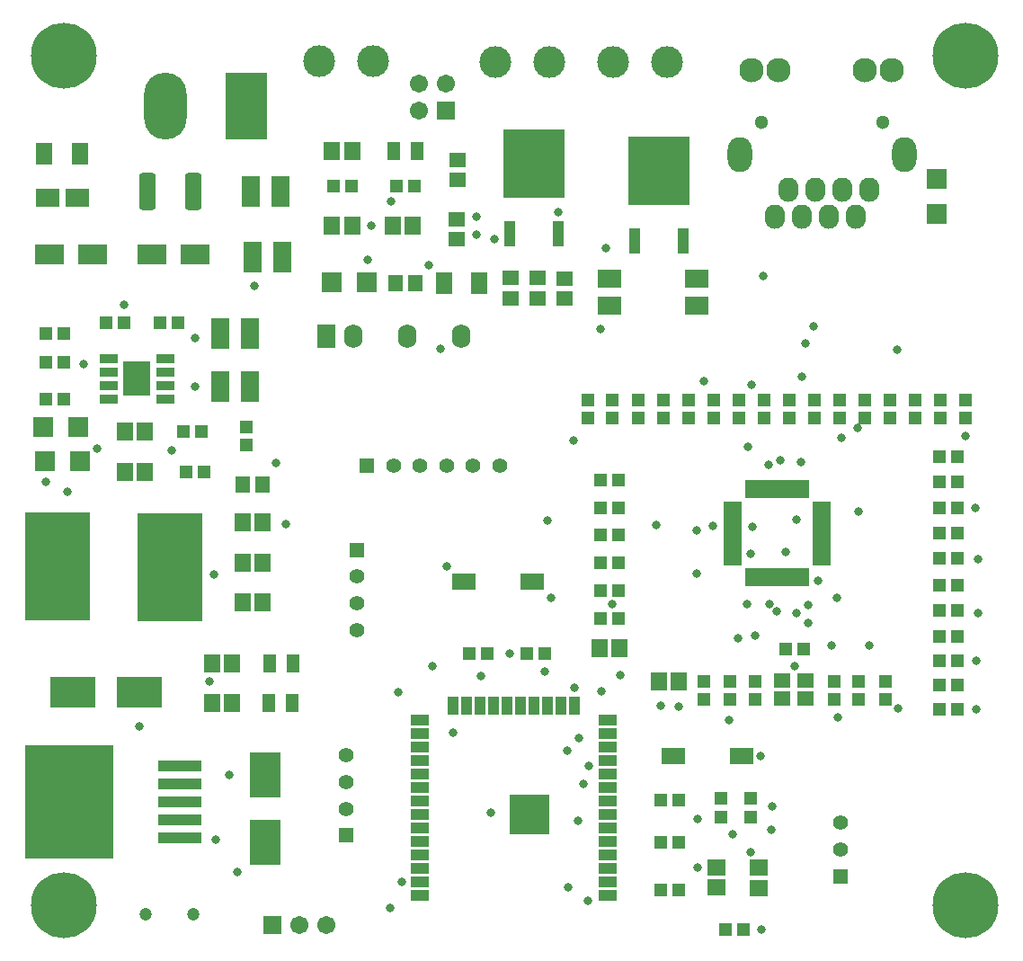
<source format=gts>
G04*
G04 #@! TF.GenerationSoftware,Altium Limited,Altium Designer,23.0.1 (38)*
G04*
G04 Layer_Color=8388736*
%FSTAX44Y44*%
%MOMM*%
G71*
G04*
G04 #@! TF.SameCoordinates,F694FBC8-736E-493C-811D-9B4FADD6A984*
G04*
G04*
G04 #@! TF.FilePolarity,Negative*
G04*
G01*
G75*
%ADD37R,2.2000X1.7000*%
%ADD45R,4.0386X1.0414*%
%ADD46R,8.3058X10.7442*%
%ADD54R,1.7632X0.4832*%
%ADD55R,0.4832X1.7632*%
%ADD56R,1.3000X1.2000*%
%ADD57R,1.6032X1.4032*%
%ADD58R,1.7032X1.5032*%
%ADD59R,1.2000X1.3000*%
%ADD60R,2.2032X1.6032*%
%ADD61R,1.9032X1.9032*%
%ADD62R,5.7532X6.5032*%
%ADD63R,1.1032X2.4532*%
%ADD64R,1.3032X1.7032*%
%ADD65R,1.5032X1.7032*%
%ADD66R,1.5532X2.0032*%
%ADD67R,1.4032X1.6032*%
%ADD68R,1.9032X1.9032*%
%ADD69R,1.8032X2.9032*%
%ADD70R,2.6032X3.3032*%
%ADD71R,1.8032X0.9032*%
%ADD72R,2.7032X1.9032*%
G04:AMPARAMS|DCode=73|XSize=1.5432mm|YSize=3.4932mm|CornerRadius=0.2691mm|HoleSize=0mm|Usage=FLASHONLY|Rotation=0.000|XOffset=0mm|YOffset=0mm|HoleType=Round|Shape=RoundedRectangle|*
%AMROUNDEDRECTD73*
21,1,1.5432,2.9550,0,0,0.0*
21,1,1.0050,3.4932,0,0,0.0*
1,1,0.5382,0.5025,-1.4775*
1,1,0.5382,-0.5025,-1.4775*
1,1,0.5382,-0.5025,1.4775*
1,1,0.5382,0.5025,1.4775*
%
%ADD73ROUNDEDRECTD73*%
%ADD74R,2.2532X1.6532*%
%ADD75R,6.2032X10.2032*%
%ADD76R,4.2032X3.0032*%
%ADD77C,1.2032*%
%ADD78R,3.0032X4.2032*%
%ADD79R,1.6032X1.4032*%
%ADD80R,1.6532X1.0632*%
%ADD81R,1.0632X1.6532*%
%ADD82R,3.7032X3.7032*%
%ADD83O,1.9000X2.3000*%
%ADD84C,2.3000*%
%ADD85O,2.3000X3.3000*%
%ADD86C,1.3000*%
%ADD87C,1.4000*%
%ADD88R,1.4000X1.4000*%
%ADD89R,4.0132X6.2992*%
%ADD90O,4.0132X6.2992*%
%ADD91C,2.9972*%
%ADD92C,1.7032*%
%ADD93R,1.7032X1.7032*%
%ADD94R,1.7272X2.2352*%
%ADD95O,1.7272X2.2352*%
%ADD96R,1.4000X1.4000*%
%ADD97C,6.2032*%
%ADD98C,0.8032*%
D37*
X00647Y0061205D02*
D03*
Y0063745D02*
D03*
X00565D02*
D03*
Y0061205D02*
D03*
D45*
X00160375Y00110964D02*
D03*
Y00127982D02*
D03*
Y00145D02*
D03*
Y00162018D02*
D03*
Y00179036D02*
D03*
D46*
X00055854Y00145D02*
D03*
D54*
X0076505Y004255D02*
D03*
Y004205D02*
D03*
Y004155D02*
D03*
Y004105D02*
D03*
Y004055D02*
D03*
Y004005D02*
D03*
Y003955D02*
D03*
Y003905D02*
D03*
Y003855D02*
D03*
Y003805D02*
D03*
Y003755D02*
D03*
Y003705D02*
D03*
X0068145D02*
D03*
Y003755D02*
D03*
Y003805D02*
D03*
Y003855D02*
D03*
Y003905D02*
D03*
Y003955D02*
D03*
Y004005D02*
D03*
Y004055D02*
D03*
Y004105D02*
D03*
Y004155D02*
D03*
Y004205D02*
D03*
Y004255D02*
D03*
D55*
X0075075Y003562D02*
D03*
X0074575D02*
D03*
X0074075D02*
D03*
X0073575D02*
D03*
X0073075D02*
D03*
X0072575D02*
D03*
X0072075D02*
D03*
X0071575D02*
D03*
X0071075D02*
D03*
X0070575D02*
D03*
X0070075D02*
D03*
X0069575D02*
D03*
Y004398D02*
D03*
X0070075D02*
D03*
X0070575D02*
D03*
X0071075D02*
D03*
X0071575D02*
D03*
X0072075D02*
D03*
X0072575D02*
D03*
X0073075D02*
D03*
X0073575D02*
D03*
X0074075D02*
D03*
X0074575D02*
D03*
X0075075D02*
D03*
D56*
X00034047Y0055865D02*
D03*
X00051047D02*
D03*
X00630008Y0006188D02*
D03*
X00613008D02*
D03*
X00674509Y00025D02*
D03*
X00691508D02*
D03*
X00630017Y0010669D02*
D03*
X00613016D02*
D03*
X00613008Y00146881D02*
D03*
X00630008D02*
D03*
X00875508Y00232001D02*
D03*
X00892508D02*
D03*
X00892501Y00255D02*
D03*
X008755D02*
D03*
X00892992Y00278001D02*
D03*
X00875992D02*
D03*
X008755Y00301D02*
D03*
X00892501D02*
D03*
Y00325001D02*
D03*
X008755D02*
D03*
X00875508Y00349096D02*
D03*
X00892508D02*
D03*
X00892501Y00373958D02*
D03*
X008755D02*
D03*
X00875508Y00470085D02*
D03*
X00892508D02*
D03*
X00875517Y00446043D02*
D03*
X00892516D02*
D03*
X00875508Y00422D02*
D03*
X00892508D02*
D03*
X00875508Y00398D02*
D03*
X00892508D02*
D03*
X00304834Y00725D02*
D03*
X00321834D02*
D03*
X003815D02*
D03*
X003645D02*
D03*
X00183603Y0045569D02*
D03*
X00166603D02*
D03*
X00164071Y0049335D02*
D03*
X00181071D02*
D03*
X00158571Y0059585D02*
D03*
X00141571D02*
D03*
X00108005D02*
D03*
X00091005D02*
D03*
X00034047Y0058585D02*
D03*
X00051047D02*
D03*
X00573491Y00448D02*
D03*
X00556492D02*
D03*
X00573491Y00422D02*
D03*
X00556492D02*
D03*
X00573491Y00396D02*
D03*
X00556492D02*
D03*
X00449758Y0028488D02*
D03*
X00432759D02*
D03*
X00487508D02*
D03*
X00504509D02*
D03*
X00573491Y003699D02*
D03*
X00556492D02*
D03*
X00573491Y003179D02*
D03*
X00556492D02*
D03*
Y00343857D02*
D03*
X00573491D02*
D03*
X00050922Y005243D02*
D03*
X00033922D02*
D03*
X00748008Y00289D02*
D03*
X00731009D02*
D03*
D57*
X00421284Y006935D02*
D03*
Y006745D02*
D03*
X00421892Y00730456D02*
D03*
Y00749456D02*
D03*
X00523142Y00618956D02*
D03*
Y00637956D02*
D03*
X00497608Y00638299D02*
D03*
Y006193D02*
D03*
X00471558D02*
D03*
Y00638299D02*
D03*
D58*
X00705798Y00082897D02*
D03*
Y00063897D02*
D03*
X00665698Y0006438D02*
D03*
Y00083381D02*
D03*
D59*
X00697698Y00147889D02*
D03*
Y00130889D02*
D03*
X00670208Y00147897D02*
D03*
Y00130897D02*
D03*
X00223443Y00480849D02*
D03*
Y0049785D02*
D03*
X00825Y0024104D02*
D03*
Y0025804D02*
D03*
X008Y00241048D02*
D03*
Y00258048D02*
D03*
X00777086Y0024104D02*
D03*
Y0025804D02*
D03*
X00702457Y00241356D02*
D03*
Y00258356D02*
D03*
X00678415D02*
D03*
Y00241356D02*
D03*
X00654372Y00258348D02*
D03*
Y00241348D02*
D03*
X00900213Y00523492D02*
D03*
Y00506492D02*
D03*
X0087654Y00523492D02*
D03*
Y00506492D02*
D03*
X00852868D02*
D03*
Y00523492D02*
D03*
X00829195Y00506492D02*
D03*
Y00523492D02*
D03*
X00805523D02*
D03*
Y00506492D02*
D03*
X00781851D02*
D03*
Y00523492D02*
D03*
X00758178D02*
D03*
Y00506492D02*
D03*
X00734506D02*
D03*
Y00523492D02*
D03*
X00710834D02*
D03*
Y00506492D02*
D03*
X00687161D02*
D03*
Y00523492D02*
D03*
X00663489D02*
D03*
Y00506492D02*
D03*
X00639816D02*
D03*
Y00523492D02*
D03*
X00616144Y00506492D02*
D03*
Y00523492D02*
D03*
X00592472D02*
D03*
Y00506492D02*
D03*
X0056775Y0050675D02*
D03*
Y0052375D02*
D03*
X00545127Y00506492D02*
D03*
Y00523492D02*
D03*
D60*
X00625508Y0018788D02*
D03*
X00689508D02*
D03*
X00492Y00352492D02*
D03*
X00428D02*
D03*
D61*
X00873Y00698251D02*
D03*
Y00731251D02*
D03*
D62*
X0049375Y00746233D02*
D03*
X00612007Y00739D02*
D03*
D63*
X0051655Y00680232D02*
D03*
X0047095D02*
D03*
X00589207Y00672999D02*
D03*
X00634808D02*
D03*
D64*
X00384008Y007575D02*
D03*
X00362008D02*
D03*
X00267Y00274936D02*
D03*
X00245D02*
D03*
X002665Y0023819D02*
D03*
X002445D02*
D03*
D65*
X00303834Y007575D02*
D03*
X00322835D02*
D03*
X00360968Y00687682D02*
D03*
X00379968D02*
D03*
X00303834D02*
D03*
X00322835D02*
D03*
X002095Y0023819D02*
D03*
X001905D02*
D03*
Y0027519D02*
D03*
X002095D02*
D03*
X00238246Y00333D02*
D03*
X00219246D02*
D03*
X002195Y0037D02*
D03*
X002385D02*
D03*
Y00408D02*
D03*
X002195D02*
D03*
X001085Y0049335D02*
D03*
X001275D02*
D03*
Y0045569D02*
D03*
X001085D02*
D03*
X0063048Y00258348D02*
D03*
X0061148D02*
D03*
X00574492Y00290007D02*
D03*
X00555491D02*
D03*
D66*
X004425Y00633392D02*
D03*
X00409D02*
D03*
X00032947Y00755D02*
D03*
X00066447D02*
D03*
D67*
X00382544Y00633392D02*
D03*
X00363544D02*
D03*
X00219417Y00443326D02*
D03*
X00238416D02*
D03*
D68*
X003365Y00634D02*
D03*
X003035D02*
D03*
X00064553Y0049835D02*
D03*
X00031553D02*
D03*
X000665Y00465851D02*
D03*
X000335D02*
D03*
D69*
X00226443Y0053585D02*
D03*
X00198443D02*
D03*
X00198571Y0058585D02*
D03*
X00226571D02*
D03*
X00257252Y0065786D02*
D03*
X00229252D02*
D03*
X00227Y0072D02*
D03*
X00255D02*
D03*
D70*
X00120071Y0054335D02*
D03*
D71*
X00093071Y005624D02*
D03*
Y005497D02*
D03*
Y00537D02*
D03*
Y005243D02*
D03*
X00147072Y005624D02*
D03*
Y005243D02*
D03*
Y00537D02*
D03*
Y005497D02*
D03*
D72*
X00174358Y0066036D02*
D03*
X0013371D02*
D03*
X00037422D02*
D03*
X0007807D02*
D03*
D73*
X00173Y0072D02*
D03*
X0013D02*
D03*
D74*
X0006425Y007135D02*
D03*
X0003575D02*
D03*
D75*
X00151Y00366D02*
D03*
X00045Y00367D02*
D03*
D76*
X000595Y00248D02*
D03*
X001225D02*
D03*
D77*
X00173Y00039D02*
D03*
X00128D02*
D03*
D78*
X00241Y00107D02*
D03*
Y0017D02*
D03*
D79*
X00728Y00258848D02*
D03*
Y00241848D02*
D03*
X00749999D02*
D03*
Y00258848D02*
D03*
D80*
X005633Y00222D02*
D03*
Y002093D02*
D03*
Y001966D02*
D03*
Y001839D02*
D03*
Y001712D02*
D03*
Y001585D02*
D03*
Y001458D02*
D03*
Y001331D02*
D03*
Y001204D02*
D03*
Y001077D02*
D03*
Y00095D02*
D03*
Y000696D02*
D03*
Y000569D02*
D03*
X003867Y00222D02*
D03*
Y002093D02*
D03*
Y001966D02*
D03*
Y001839D02*
D03*
Y001712D02*
D03*
Y001585D02*
D03*
Y001458D02*
D03*
Y001331D02*
D03*
Y001204D02*
D03*
Y001077D02*
D03*
Y00095D02*
D03*
Y000823D02*
D03*
Y000696D02*
D03*
Y000569D02*
D03*
X005633Y000823D02*
D03*
D81*
X0046865Y002353D02*
D03*
X0045595D02*
D03*
X0044325D02*
D03*
X0043055D02*
D03*
X0041785D02*
D03*
X0048135D02*
D03*
X0049405D02*
D03*
X0050675D02*
D03*
X0051945D02*
D03*
X0053215D02*
D03*
D82*
X004896Y001333D02*
D03*
D83*
X008095Y007215D02*
D03*
X007841D02*
D03*
X007587D02*
D03*
X007333D02*
D03*
X007206Y006961D02*
D03*
X00746D02*
D03*
X007968D02*
D03*
X007714D02*
D03*
D84*
X0083125Y00834D02*
D03*
X0080585D02*
D03*
X0072415D02*
D03*
X0069875D02*
D03*
D85*
X0068755Y007545D02*
D03*
X0084245D02*
D03*
D86*
X0070785Y00785D02*
D03*
X0082215D02*
D03*
D87*
X00783Y00125D02*
D03*
Y001D02*
D03*
X004615Y0046175D02*
D03*
X004365D02*
D03*
X004115D02*
D03*
X003865D02*
D03*
X003615D02*
D03*
X0032725Y00357D02*
D03*
Y00332D02*
D03*
Y00307D02*
D03*
X0031675Y001385D02*
D03*
Y001635D02*
D03*
Y001885D02*
D03*
D88*
X00783Y00075D02*
D03*
X0032725Y00382D02*
D03*
X0031675Y001135D02*
D03*
D89*
X00222615Y008D02*
D03*
D90*
X00146415D02*
D03*
D91*
X002917Y0084275D02*
D03*
X003425D02*
D03*
X00568729Y00842D02*
D03*
X00619529D02*
D03*
X0050875D02*
D03*
X0045795D02*
D03*
D92*
X003856Y007956D02*
D03*
X00411Y00821D02*
D03*
X003856D02*
D03*
X002984Y00029D02*
D03*
X00273D02*
D03*
D93*
X00411Y007956D02*
D03*
X002476Y00029D02*
D03*
D94*
X0029875Y0058375D02*
D03*
D95*
X0032415D02*
D03*
X0037495D02*
D03*
X0042575D02*
D03*
D96*
X003365Y0046175D02*
D03*
D97*
X009005Y008475D02*
D03*
Y00047584D02*
D03*
X000515D02*
D03*
Y008475D02*
D03*
D98*
X009105Y00278001D02*
D03*
X00337Y0065525D02*
D03*
X00395Y006505D02*
D03*
X003595Y0071075D02*
D03*
X0067775Y00222195D02*
D03*
X00779788Y00224275D02*
D03*
X0064725Y0035979D02*
D03*
X0074575Y00464729D02*
D03*
X0072562Y00466806D02*
D03*
X00536698Y00204903D02*
D03*
X0064825Y00129D02*
D03*
X0075225Y0031375D02*
D03*
X00740767Y003225D02*
D03*
X0071575Y00331163D02*
D03*
X007224Y00324562D02*
D03*
X0074975Y005765D02*
D03*
X0073075Y003805D02*
D03*
X0056175Y006665D02*
D03*
X0045325Y00135D02*
D03*
X001945Y00109D02*
D03*
X0075725Y005925D02*
D03*
X0071Y0064D02*
D03*
X005565Y0059D02*
D03*
X0076125Y00352973D02*
D03*
X0077925Y00337D02*
D03*
X00694758Y00331163D02*
D03*
X00545Y00051885D02*
D03*
X00251Y00464D02*
D03*
X008Y00418635D02*
D03*
X00698051Y00378532D02*
D03*
X00752Y0033025D02*
D03*
X0081Y00292095D02*
D03*
X00774546D02*
D03*
X0052619Y00064674D02*
D03*
X00535455Y00127252D02*
D03*
X00567395Y00331515D02*
D03*
X0057502Y00264324D02*
D03*
X00557423Y00249223D02*
D03*
X00540515Y001618D02*
D03*
X00662832Y00404947D02*
D03*
X00647061Y00400274D02*
D03*
X00608717Y00405513D02*
D03*
X00912Y0032258D02*
D03*
X0034075Y00687682D02*
D03*
X00443807Y0026329D02*
D03*
X0047116Y0028488D02*
D03*
X0041785Y0021D02*
D03*
X0036975Y000696D02*
D03*
X0035837Y00045D02*
D03*
X00214433Y0007874D02*
D03*
X00188222Y00258D02*
D03*
X00192778Y003594D02*
D03*
X0051655Y0070025D02*
D03*
X0065407Y0054125D02*
D03*
X0051Y00337D02*
D03*
X001225Y00216D02*
D03*
X00681Y00114D02*
D03*
X0026Y004065D02*
D03*
X00152571Y00476D02*
D03*
X00739508Y00273D02*
D03*
X00702457Y00301291D02*
D03*
X00686515Y00299D02*
D03*
X00525257Y00193417D02*
D03*
X00507Y0041D02*
D03*
X00741599Y00410651D02*
D03*
X00836Y00571D02*
D03*
X00746Y00545D02*
D03*
X00699Y00538D02*
D03*
X0069575Y0047925D02*
D03*
X00798788Y00497079D02*
D03*
X00783267Y00487477D02*
D03*
X00700072Y00403812D02*
D03*
X00715036Y0046225D02*
D03*
X009125Y0037325D02*
D03*
X0090925Y00422D02*
D03*
X00629928Y00234442D02*
D03*
X006135Y0023525D02*
D03*
X00837124Y00233126D02*
D03*
X0054525Y0017875D02*
D03*
X00707698Y0018788D02*
D03*
X0053215Y00252222D02*
D03*
X00412Y003665D02*
D03*
X0043975Y0069625D02*
D03*
X0045675Y006745D02*
D03*
X0043975Y00679D02*
D03*
X00231Y0063125D02*
D03*
X00174886Y00582D02*
D03*
X0010825Y0061325D02*
D03*
X00175103Y0053585D02*
D03*
X0007Y0055725D02*
D03*
X00504Y0026775D02*
D03*
X003665Y0024775D02*
D03*
X0020684Y0017D02*
D03*
X0008275Y0047725D02*
D03*
X0005425Y0043725D02*
D03*
X0053125Y0048525D02*
D03*
X00034523Y00446D02*
D03*
X0064825Y00083381D02*
D03*
X00708298Y00025D02*
D03*
X00717844Y00118913D02*
D03*
X009105Y00232D02*
D03*
X0090075Y0048925D02*
D03*
X004055Y0057125D02*
D03*
X00697698Y00097075D02*
D03*
X0071832Y00140462D02*
D03*
X00398534Y00272542D02*
D03*
M02*

</source>
